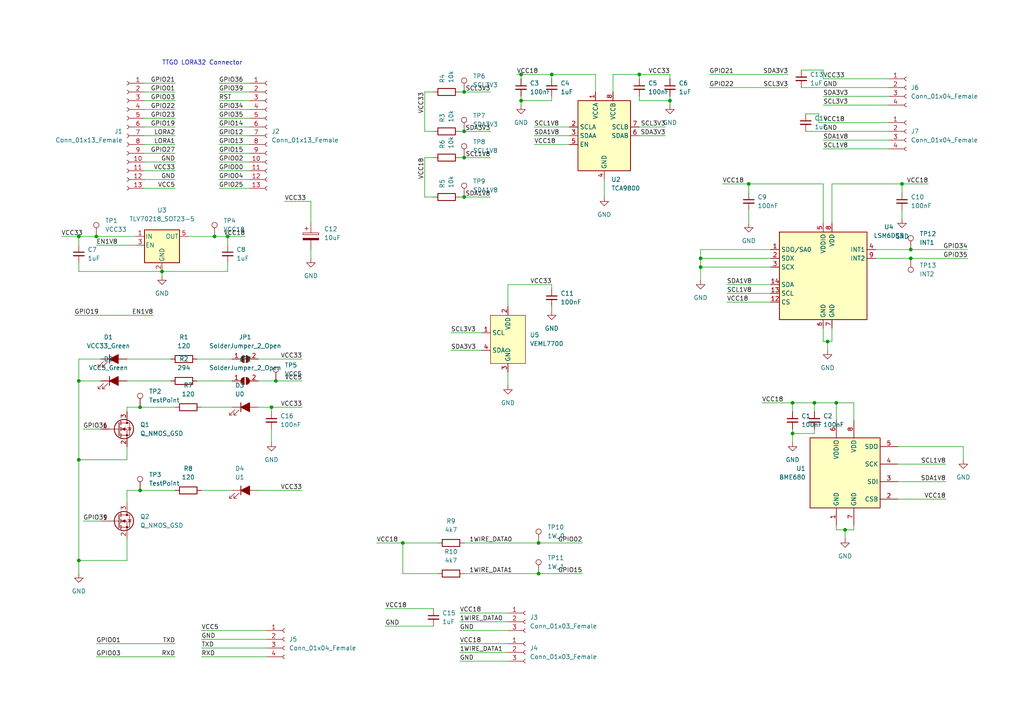
<source format=kicad_sch>
(kicad_sch (version 20211123) (generator eeschema)
  (paper "A4")
  (lib_symbols
    (symbol "Connector:Conn_01x03_Female" (pin_names (offset 1.016) hide)
      (property "Reference" "J" (at 0 5.08 0))
      (property "Value" "Conn_01x03_Female" (at 0 -5.08 0))
      (symbol "Conn_01x03_Female_1_1"
        (arc (start 0 -2.032) (mid -0.508 -2.54) (end 0 -3.048) (stroke (width 0.1524)))
        (polyline (pts (xy -1.27 -2.54) (xy -0.508 -2.54)) (stroke (width 0.1524)))
        (polyline (pts (xy -1.27 0) (xy -0.508 0)) (stroke (width 0.1524)))
        (polyline (pts (xy -1.27 2.54) (xy -0.508 2.54)) (stroke (width 0.1524)))
        (arc (start 0 0.508) (mid -0.508 0) (end 0 -0.508) (stroke (width 0.1524)))
        (arc (start 0 3.048) (mid -0.508 2.54) (end 0 2.032) (stroke (width 0.1524)))
        (pin passive line (at -5.08 2.54 0) (length 3.81) (name "Pin_1") (number "1"))
        (pin passive line (at -5.08 0 0) (length 3.81) (name "Pin_2") (number "2"))
        (pin passive line (at -5.08 -2.54 0) (length 3.81) (name "Pin_3") (number "3"))
      )
    )
    (symbol "Connector:Conn_01x04_Female" (pin_names (offset 1.016) hide)
      (property "Reference" "J" (at 0 5.08 0))
      (property "Value" "Conn_01x04_Female" (at 0 -7.62 0))
      (symbol "Conn_01x04_Female_1_1"
        (arc (start 0 -4.572) (mid -0.508 -5.08) (end 0 -5.588) (stroke (width 0.1524)))
        (arc (start 0 -2.032) (mid -0.508 -2.54) (end 0 -3.048) (stroke (width 0.1524)))
        (polyline (pts (xy -1.27 -5.08) (xy -0.508 -5.08)) (stroke (width 0.1524)))
        (polyline (pts (xy -1.27 -2.54) (xy -0.508 -2.54)) (stroke (width 0.1524)))
        (polyline (pts (xy -1.27 0) (xy -0.508 0)) (stroke (width 0.1524)))
        (polyline (pts (xy -1.27 2.54) (xy -0.508 2.54)) (stroke (width 0.1524)))
        (arc (start 0 0.508) (mid -0.508 0) (end 0 -0.508) (stroke (width 0.1524)))
        (arc (start 0 3.048) (mid -0.508 2.54) (end 0 2.032) (stroke (width 0.1524)))
        (pin passive line (at -5.08 2.54 0) (length 3.81) (name "Pin_1") (number "1"))
        (pin passive line (at -5.08 0 0) (length 3.81) (name "Pin_2") (number "2"))
        (pin passive line (at -5.08 -2.54 0) (length 3.81) (name "Pin_3") (number "3"))
        (pin passive line (at -5.08 -5.08 0) (length 3.81) (name "Pin_4") (number "4"))
      )
    )
    (symbol "Connector:Conn_01x13_Female" (pin_names (offset 1.016) hide)
      (property "Reference" "J" (at 0 17.78 0))
      (property "Value" "Conn_01x13_Female" (at 0 -17.78 0))
      (symbol "Conn_01x13_Female_1_1"
        (arc (start 0 -14.732) (mid -0.508 -15.24) (end 0 -15.748) (stroke (width 0.1524)))
        (arc (start 0 -12.192) (mid -0.508 -12.7) (end 0 -13.208) (stroke (width 0.1524)))
        (arc (start 0 -9.652) (mid -0.508 -10.16) (end 0 -10.668) (stroke (width 0.1524)))
        (arc (start 0 -7.112) (mid -0.508 -7.62) (end 0 -8.128) (stroke (width 0.1524)))
        (arc (start 0 -4.572) (mid -0.508 -5.08) (end 0 -5.588) (stroke (width 0.1524)))
        (arc (start 0 -2.032) (mid -0.508 -2.54) (end 0 -3.048) (stroke (width 0.1524)))
        (polyline (pts (xy -1.27 -15.24) (xy -0.508 -15.24)) (stroke (width 0.1524)))
        (polyline (pts (xy -1.27 -12.7) (xy -0.508 -12.7)) (stroke (width 0.1524)))
        (polyline (pts (xy -1.27 -10.16) (xy -0.508 -10.16)) (stroke (width 0.1524)))
        (polyline (pts (xy -1.27 -7.62) (xy -0.508 -7.62)) (stroke (width 0.1524)))
        (polyline (pts (xy -1.27 -5.08) (xy -0.508 -5.08)) (stroke (width 0.1524)))
        (polyline (pts (xy -1.27 -2.54) (xy -0.508 -2.54)) (stroke (width 0.1524)))
        (polyline (pts (xy -1.27 0) (xy -0.508 0)) (stroke (width 0.1524)))
        (polyline (pts (xy -1.27 2.54) (xy -0.508 2.54)) (stroke (width 0.1524)))
        (polyline (pts (xy -1.27 5.08) (xy -0.508 5.08)) (stroke (width 0.1524)))
        (polyline (pts (xy -1.27 7.62) (xy -0.508 7.62)) (stroke (width 0.1524)))
        (polyline (pts (xy -1.27 10.16) (xy -0.508 10.16)) (stroke (width 0.1524)))
        (polyline (pts (xy -1.27 12.7) (xy -0.508 12.7)) (stroke (width 0.1524)))
        (polyline (pts (xy -1.27 15.24) (xy -0.508 15.24)) (stroke (width 0.1524)))
        (arc (start 0 0.508) (mid -0.508 0) (end 0 -0.508) (stroke (width 0.1524)))
        (arc (start 0 3.048) (mid -0.508 2.54) (end 0 2.032) (stroke (width 0.1524)))
        (arc (start 0 5.588) (mid -0.508 5.08) (end 0 4.572) (stroke (width 0.1524)))
        (arc (start 0 8.128) (mid -0.508 7.62) (end 0 7.112) (stroke (width 0.1524)))
        (arc (start 0 10.668) (mid -0.508 10.16) (end 0 9.652) (stroke (width 0.1524)))
        (arc (start 0 13.208) (mid -0.508 12.7) (end 0 12.192) (stroke (width 0.1524)))
        (arc (start 0 15.748) (mid -0.508 15.24) (end 0 14.732) (stroke (width 0.1524)))
        (pin passive line (at -5.08 15.24 0) (length 3.81) (name "Pin_1") (number "1"))
        (pin passive line (at -5.08 -7.62 0) (length 3.81) (name "Pin_10") (number "10"))
        (pin passive line (at -5.08 -10.16 0) (length 3.81) (name "Pin_11") (number "11"))
        (pin passive line (at -5.08 -12.7 0) (length 3.81) (name "Pin_12") (number "12"))
        (pin passive line (at -5.08 -15.24 0) (length 3.81) (name "Pin_13") (number "13"))
        (pin passive line (at -5.08 12.7 0) (length 3.81) (name "Pin_2") (number "2"))
        (pin passive line (at -5.08 10.16 0) (length 3.81) (name "Pin_3") (number "3"))
        (pin passive line (at -5.08 7.62 0) (length 3.81) (name "Pin_4") (number "4"))
        (pin passive line (at -5.08 5.08 0) (length 3.81) (name "Pin_5") (number "5"))
        (pin passive line (at -5.08 2.54 0) (length 3.81) (name "Pin_6") (number "6"))
        (pin passive line (at -5.08 0 0) (length 3.81) (name "Pin_7") (number "7"))
        (pin passive line (at -5.08 -2.54 0) (length 3.81) (name "Pin_8") (number "8"))
        (pin passive line (at -5.08 -5.08 0) (length 3.81) (name "Pin_9") (number "9"))
      )
    )
    (symbol "Connector:TestPoint" (pin_numbers hide) (pin_names (offset 0.762) hide)
      (property "Reference" "TP" (at 0 6.858 0))
      (property "Value" "TestPoint" (at 0 5.08 0))
      (symbol "TestPoint_0_1"
        (circle (center 0 3.302) (radius 0.762))
      )
      (symbol "TestPoint_1_1"
        (pin passive line (at 0 0 90) (length 2.54) (name "1") (number "1"))
      )
    )
    (symbol "Device:C_Polarized" (pin_numbers hide) (pin_names (offset 0.254))
      (property "Reference" "C" (at 0.635 2.54 0))
      (property "Value" "C_Polarized" (at 0.635 -2.54 0))
      (symbol "C_Polarized_0_1"
        (rectangle (start -2.286 0.508) (end 2.286 1.016))
        (polyline (pts (xy -1.778 2.286) (xy -0.762 2.286)))
        (polyline (pts (xy -1.27 2.794) (xy -1.27 1.778)))
        (rectangle (start 2.286 -0.508) (end -2.286 -1.016) (fill (type outline)))
      )
      (symbol "C_Polarized_1_1"
        (pin passive line (at 0 3.81 270) (length 2.794) (name "~") (number "1"))
        (pin passive line (at 0 -3.81 90) (length 2.794) (name "~") (number "2"))
      )
    )
    (symbol "Device:C_Small" (pin_numbers hide) (pin_names (offset 0.254) hide)
      (property "Reference" "C" (at 0.254 1.778 0))
      (property "Value" "C_Small" (at 0.254 -2.032 0))
      (symbol "C_Small_0_1"
        (polyline (pts (xy -1.524 -0.508) (xy 1.524 -0.508)) (stroke (width 0.3302)))
        (polyline (pts (xy -1.524 0.508) (xy 1.524 0.508)) (stroke (width 0.3048)))
      )
      (symbol "C_Small_1_1"
        (pin passive line (at 0 2.54 270) (length 2.032) (name "~") (number "1"))
        (pin passive line (at 0 -2.54 90) (length 2.032) (name "~") (number "2"))
      )
    )
    (symbol "Device:LED_Filled" (pin_numbers hide) (pin_names (offset 1.016) hide)
      (property "Reference" "D" (at 0 2.54 0))
      (property "Value" "LED_Filled" (at 0 -2.54 0))
      (symbol "LED_Filled_0_1"
        (polyline (pts (xy -1.27 -1.27) (xy -1.27 1.27)) (stroke (width 0.254)))
        (polyline (pts (xy -1.27 0) (xy 1.27 0)))
        (polyline (pts (xy 1.27 -1.27) (xy 1.27 1.27) (xy -1.27 0) (xy 1.27 -1.27)) (stroke (width 0.254)) (fill (type outline)))
        (polyline (pts (xy -3.048 -0.762) (xy -4.572 -2.286) (xy -3.81 -2.286) (xy -4.572 -2.286) (xy -4.572 -1.524)))
        (polyline (pts (xy -1.778 -0.762) (xy -3.302 -2.286) (xy -2.54 -2.286) (xy -3.302 -2.286) (xy -3.302 -1.524)))
      )
      (symbol "LED_Filled_1_1"
        (pin passive line (at -3.81 0 0) (length 2.54) (name "K") (number "1"))
        (pin passive line (at 3.81 0 180) (length 2.54) (name "A") (number "2"))
      )
    )
    (symbol "Device:Q_NMOS_GSD" (pin_names (offset 0) hide)
      (property "Reference" "Q" (at 5.08 1.27 0))
      (property "Value" "Q_NMOS_GSD" (at 5.08 -1.27 0))
      (symbol "Q_NMOS_GSD_0_1"
        (polyline (pts (xy 0.254 0) (xy -2.54 0)))
        (polyline (pts (xy 0.254 1.905) (xy 0.254 -1.905)) (stroke (width 0.254)))
        (polyline (pts (xy 0.762 -1.27) (xy 0.762 -2.286)) (stroke (width 0.254)))
        (polyline (pts (xy 0.762 0.508) (xy 0.762 -0.508)) (stroke (width 0.254)))
        (polyline (pts (xy 0.762 2.286) (xy 0.762 1.27)) (stroke (width 0.254)))
        (polyline (pts (xy 2.54 2.54) (xy 2.54 1.778)))
        (polyline (pts (xy 2.54 -2.54) (xy 2.54 0) (xy 0.762 0)))
        (polyline (pts (xy 0.762 -1.778) (xy 3.302 -1.778) (xy 3.302 1.778) (xy 0.762 1.778)))
        (polyline (pts (xy 1.016 0) (xy 2.032 0.381) (xy 2.032 -0.381) (xy 1.016 0)) (fill (type outline)))
        (polyline (pts (xy 2.794 0.508) (xy 2.921 0.381) (xy 3.683 0.381) (xy 3.81 0.254)))
        (polyline (pts (xy 3.302 0.381) (xy 2.921 -0.254) (xy 3.683 -0.254) (xy 3.302 0.381)))
        (circle (center 1.651 0) (radius 2.794) (stroke (width 0.254)))
        (circle (center 2.54 -1.778) (radius 0.254) (fill (type outline)))
        (circle (center 2.54 1.778) (radius 0.254) (fill (type outline)))
      )
      (symbol "Q_NMOS_GSD_1_1"
        (pin input line (at -5.08 0 0) (length 2.54) (name "G") (number "1"))
        (pin passive line (at 2.54 -5.08 90) (length 2.54) (name "S") (number "2"))
        (pin passive line (at 2.54 5.08 270) (length 2.54) (name "D") (number "3"))
      )
    )
    (symbol "Device:R" (pin_numbers hide) (pin_names (offset 0))
      (property "Reference" "R" (at 2.032 0 90))
      (property "Value" "R" (at 0 0 90))
      (symbol "R_0_1"
        (rectangle (start -1.016 -2.54) (end 1.016 2.54) (stroke (width 0.254)))
      )
      (symbol "R_1_1"
        (pin passive line (at 0 3.81 270) (length 1.27) (name "~") (number "1"))
        (pin passive line (at 0 -3.81 90) (length 1.27) (name "~") (number "2"))
      )
    )
    (symbol "Interface:TCA9800"
      (property "Reference" "U" (at -7.62 11.43 0))
      (property "Value" "TCA9800" (at 5.08 11.43 0))
      (symbol "TCA9800_0_1"
        (rectangle (start -7.62 10.16) (end 7.62 -10.16) (stroke (width 0.254)) (fill (type background)))
      )
      (symbol "TCA9800_1_1"
        (pin power_in line (at -2.54 12.7 270) (length 2.54) (name "VCCA") (number "1"))
        (pin bidirectional line (at -10.16 2.54 0) (length 2.54) (name "SCLA") (number "2"))
        (pin bidirectional line (at -10.16 0 0) (length 2.54) (name "SDAA") (number "3"))
        (pin power_in line (at 0 -12.7 90) (length 2.54) (name "GND") (number "4"))
        (pin input line (at -10.16 -2.54 0) (length 2.54) (name "EN") (number "5"))
        (pin bidirectional line (at 10.16 0 180) (length 2.54) (name "SDAB") (number "6"))
        (pin bidirectional line (at 10.16 2.54 180) (length 2.54) (name "SCLB") (number "7"))
        (pin power_in line (at 2.54 12.7 270) (length 2.54) (name "VCCB") (number "8"))
      )
    )
    (symbol "Jumper:SolderJumper_2_Open" (pin_names (offset 0) hide)
      (property "Reference" "JP" (at 0 2.032 0))
      (property "Value" "SolderJumper_2_Open" (at 0 -2.54 0))
      (symbol "SolderJumper_2_Open_0_1"
        (arc (start -0.254 1.016) (mid -1.27 0) (end -0.254 -1.016))
        (arc (start -0.254 1.016) (mid -1.27 0) (end -0.254 -1.016) (fill (type outline)))
        (polyline (pts (xy -0.254 1.016) (xy -0.254 -1.016)))
        (polyline (pts (xy 0.254 1.016) (xy 0.254 -1.016)))
        (arc (start 0.254 -1.016) (mid 1.27 0) (end 0.254 1.016))
        (arc (start 0.254 -1.016) (mid 1.27 0) (end 0.254 1.016) (fill (type outline)))
      )
      (symbol "SolderJumper_2_Open_1_1"
        (pin passive line (at -3.81 0 0) (length 2.54) (name "A") (number "1"))
        (pin passive line (at 3.81 0 180) (length 2.54) (name "B") (number "2"))
      )
    )
    (symbol "Regulator_Linear:TLV70218_SOT23-5" (pin_names (offset 0.254))
      (property "Reference" "U" (at -3.81 5.715 0))
      (property "Value" "TLV70218_SOT23-5" (at 0 5.715 0))
      (symbol "TLV70218_SOT23-5_0_1"
        (rectangle (start -5.08 4.445) (end 5.08 -5.08) (stroke (width 0.254)) (fill (type background)))
      )
      (symbol "TLV70218_SOT23-5_1_1"
        (pin power_in line (at -7.62 2.54 0) (length 2.54) (name "IN") (number "1"))
        (pin power_in line (at 0 -7.62 90) (length 2.54) (name "GND") (number "2"))
        (pin input line (at -7.62 0 0) (length 2.54) (name "EN") (number "3"))
        (pin no_connect line (at 5.08 0 180) (length 2.54) hide (name "NC") (number "4"))
        (pin power_out line (at 7.62 2.54 180) (length 2.54) (name "OUT") (number "5"))
      )
    )
    (symbol "Sensor:BME680"
      (property "Reference" "U" (at -8.89 11.43 0))
      (property "Value" "BME680" (at 7.62 11.43 0))
      (symbol "BME680_0_1"
        (rectangle (start -10.16 10.16) (end 10.16 -10.16) (stroke (width 0.254)) (fill (type background)))
      )
      (symbol "BME680_1_1"
        (pin power_in line (at -2.54 -15.24 90) (length 5.08) (name "GND") (number "1"))
        (pin input line (at 15.24 -7.62 180) (length 5.08) (name "CSB") (number "2"))
        (pin bidirectional line (at 15.24 -2.54 180) (length 5.08) (name "SDI") (number "3"))
        (pin input line (at 15.24 2.54 180) (length 5.08) (name "SCK") (number "4"))
        (pin bidirectional line (at 15.24 7.62 180) (length 5.08) (name "SDO") (number "5"))
        (pin power_in line (at -2.54 15.24 270) (length 5.08) (name "VDDIO") (number "6"))
        (pin power_in line (at 2.54 -15.24 90) (length 5.08) (name "GND") (number "7"))
        (pin power_in line (at 2.54 15.24 270) (length 5.08) (name "VDD") (number "8"))
      )
    )
    (symbol "Sensor_Motion:LSM6DS3"
      (property "Reference" "U" (at -11.43 15.24 0))
      (property "Value" "LSM6DS3" (at -11.43 12.7 0))
      (symbol "LSM6DS3_0_1"
        (rectangle (start -12.7 12.7) (end 12.7 -12.7) (stroke (width 0.254)) (fill (type background)))
      )
      (symbol "LSM6DS3_1_1"
        (pin bidirectional line (at -15.24 7.62 0) (length 2.54) (name "SDO/SA0") (number "1"))
        (pin no_connect line (at 12.7 -5.08 180) (length 3.81) hide (name "NC") (number "10"))
        (pin no_connect line (at 12.7 -2.54 180) (length 3.81) hide (name "NC") (number "11"))
        (pin input line (at -15.24 -7.62 0) (length 2.54) (name "CS") (number "12"))
        (pin input line (at -15.24 -5.08 0) (length 2.54) (name "SCL") (number "13"))
        (pin bidirectional line (at -15.24 -2.54 0) (length 2.54) (name "SDA") (number "14"))
        (pin bidirectional line (at -15.24 5.08 0) (length 2.54) (name "SDX") (number "2"))
        (pin input line (at -15.24 2.54 0) (length 2.54) (name "SCX") (number "3"))
        (pin output line (at 15.24 7.62 180) (length 2.54) (name "INT1") (number "4"))
        (pin power_in line (at 0 15.24 270) (length 2.54) (name "VDDIO") (number "5"))
        (pin power_in line (at 0 -15.24 90) (length 2.54) (name "GND") (number "6"))
        (pin power_in line (at 2.54 -15.24 90) (length 2.54) (name "GND") (number "7"))
        (pin power_in line (at 2.54 15.24 270) (length 2.54) (name "VDD") (number "8"))
        (pin output line (at 15.24 5.08 180) (length 2.54) (name "INT2") (number "9"))
      )
    )
    (symbol "own_symbols:VEML7700"
      (property "Reference" "U" (at 5.08 10.16 0))
      (property "Value" "VEML7700" (at 0 0 0))
      (symbol "VEML7700_0_0"
        (pin unspecified line (at -7.62 2.54 0) (length 2.54) (name "SCL") (number "1"))
        (pin unspecified line (at 0 10.16 270) (length 2.54) (name "VDD") (number "2"))
        (pin unspecified line (at 0 -8.89 90) (length 2.54) (name "GND") (number "3"))
        (pin unspecified line (at -7.62 -2.54 0) (length 2.54) (name "SDA") (number "4"))
      )
      (symbol "VEML7700_0_1"
        (rectangle (start -5.08 7.62) (end 5.08 -6.35) (fill (type background)))
      )
    )
    (symbol "power:GND" (power) (pin_names (offset 0))
      (property "Value" "GND" (at 0 -3.81 0))
      (symbol "GND_0_1"
        (polyline (pts (xy 0 0) (xy 0 -1.27) (xy 1.27 -1.27) (xy 0 -2.54) (xy -1.27 -1.27) (xy 0 -1.27)))
      )
      (symbol "GND_1_1"
        (pin power_in line (at 0 0 270) (length 0) hide (name "GND") (number "1"))
      )
    )
  )
  (junction (at 22.86 68.58))
  (junction (at 134.62 57.15))
  (junction (at 80.01 110.49))
  (junction (at 229.87 116.84))
  (junction (at 156.21 166.37))
  (junction (at 27.94 68.58))
  (junction (at 185.42 21.59))
  (junction (at 261.62 53.34))
  (junction (at 78.74 118.11))
  (junction (at 240.03 99.06))
  (junction (at 40.64 118.11))
  (junction (at 134.62 26.67))
  (junction (at 66.04 68.58))
  (junction (at 22.86 110.49))
  (junction (at 264.16 72.39))
  (junction (at 217.17 53.34))
  (junction (at 203.2 77.47))
  (junction (at 242.57 116.84))
  (junction (at 203.2 74.93))
  (junction (at 245.11 153.67))
  (junction (at 116.84 157.48))
  (junction (at 156.21 157.48))
  (junction (at 151.13 29.21))
  (junction (at 151.13 21.59))
  (junction (at 264.16 74.93))
  (junction (at 134.62 38.1))
  (junction (at 40.64 142.24))
  (junction (at 134.62 45.72))
  (junction (at 229.87 125.73))
  (junction (at 194.31 29.21))
  (junction (at 22.86 133.35))
  (junction (at 62.23 68.58))
  (junction (at 236.22 116.84))
  (junction (at 22.86 162.56))
  (junction (at 160.02 21.59))
  (junction (at 46.99 78.74))
  (wire (pts (xy 66.04 68.58) (xy 66.04 71.12)))
  (wire (pts (xy 22.86 133.35) (xy 36.83 133.35)))
  (wire (pts (xy 147.32 82.55) (xy 160.02 82.55)))
  (wire (pts (xy 63.5 36.83) (xy 72.39 36.83)))
  (wire (pts (xy 134.62 26.67) (xy 133.35 26.67)))
  (wire (pts (xy 217.17 60.96) (xy 217.17 64.77)))
  (wire (pts (xy 125.73 57.15) (xy 123.19 57.15)))
  (wire (pts (xy 50.8 54.61) (xy 41.91 54.61)))
  (wire (pts (xy 74.93 110.49) (xy 80.01 110.49)))
  (wire (pts (xy 90.17 64.77) (xy 90.17 58.42)))
  (wire (pts (xy 238.76 95.25) (xy 238.76 99.06)))
  (wire (pts (xy 78.74 118.11) (xy 87.63 118.11)))
  (wire (pts (xy 247.65 152.4) (xy 247.65 153.67)))
  (wire (pts (xy 260.35 134.62) (xy 274.32 134.62)))
  (wire (pts (xy 74.93 118.11) (xy 78.74 118.11)))
  (wire (pts (xy 50.8 29.21) (xy 41.91 29.21)))
  (wire (pts (xy 50.8 31.75) (xy 41.91 31.75)))
  (wire (pts (xy 156.21 157.48) (xy 168.91 157.48)))
  (wire (pts (xy 185.42 39.37) (xy 193.04 39.37)))
  (wire (pts (xy 57.15 104.14) (xy 67.31 104.14)))
  (wire (pts (xy 29.21 104.14) (xy 22.86 104.14)))
  (wire (pts (xy 134.62 38.1) (xy 142.24 38.1)))
  (wire (pts (xy 236.22 116.84) (xy 242.57 116.84)))
  (wire (pts (xy 63.5 34.29) (xy 72.39 34.29)))
  (wire (pts (xy 78.74 118.11) (xy 78.74 119.38)))
  (wire (pts (xy 245.11 153.67) (xy 242.57 153.67)))
  (wire (pts (xy 232.41 25.4) (xy 257.81 25.4)))
  (wire (pts (xy 50.8 36.83) (xy 41.91 36.83)))
  (wire (pts (xy 130.81 101.6) (xy 139.7 101.6)))
  (wire (pts (xy 241.3 95.25) (xy 241.3 99.06)))
  (wire (pts (xy 238.76 99.06) (xy 240.03 99.06)))
  (wire (pts (xy 125.73 45.72) (xy 123.19 45.72)))
  (wire (pts (xy 58.42 182.88) (xy 77.47 182.88)))
  (wire (pts (xy 17.78 68.58) (xy 22.86 68.58)))
  (wire (pts (xy 63.5 24.13) (xy 72.39 24.13)))
  (wire (pts (xy 74.93 104.14) (xy 87.63 104.14)))
  (wire (pts (xy 36.83 104.14) (xy 49.53 104.14)))
  (wire (pts (xy 63.5 31.75) (xy 72.39 31.75)))
  (wire (pts (xy 133.35 177.8) (xy 147.32 177.8)))
  (wire (pts (xy 242.57 116.84) (xy 242.57 121.92)))
  (wire (pts (xy 58.42 142.24) (xy 67.31 142.24)))
  (wire (pts (xy 264.16 74.93) (xy 280.67 74.93)))
  (wire (pts (xy 160.02 21.59) (xy 160.02 22.86)))
  (wire (pts (xy 260.35 144.78) (xy 274.32 144.78)))
  (wire (pts (xy 22.86 76.2) (xy 22.86 78.74)))
  (wire (pts (xy 151.13 29.21) (xy 151.13 30.48)))
  (wire (pts (xy 151.13 21.59) (xy 151.13 22.86)))
  (wire (pts (xy 24.13 151.13) (xy 29.21 151.13)))
  (wire (pts (xy 36.83 142.24) (xy 40.64 142.24)))
  (wire (pts (xy 247.65 153.67) (xy 245.11 153.67)))
  (wire (pts (xy 240.03 99.06) (xy 240.03 101.6)))
  (wire (pts (xy 40.64 142.24) (xy 50.8 142.24)))
  (wire (pts (xy 209.55 53.34) (xy 217.17 53.34)))
  (wire (pts (xy 185.42 21.59) (xy 194.31 21.59)))
  (wire (pts (xy 151.13 21.59) (xy 160.02 21.59)))
  (wire (pts (xy 264.16 72.39) (xy 280.67 72.39)))
  (wire (pts (xy 50.8 44.45) (xy 41.91 44.45)))
  (wire (pts (xy 134.62 57.15) (xy 142.24 57.15)))
  (wire (pts (xy 185.42 21.59) (xy 185.42 22.86)))
  (wire (pts (xy 133.35 45.72) (xy 134.62 45.72)))
  (wire (pts (xy 24.13 124.46) (xy 29.21 124.46)))
  (wire (pts (xy 22.86 104.14) (xy 22.86 110.49)))
  (wire (pts (xy 111.76 176.53) (xy 125.73 176.53)))
  (wire (pts (xy 125.73 38.1) (xy 123.19 38.1)))
  (wire (pts (xy 50.8 26.67) (xy 41.91 26.67)))
  (wire (pts (xy 80.01 110.49) (xy 87.63 110.49)))
  (wire (pts (xy 236.22 125.73) (xy 229.87 125.73)))
  (wire (pts (xy 238.76 30.48) (xy 257.81 30.48)))
  (wire (pts (xy 229.87 124.46) (xy 229.87 125.73)))
  (wire (pts (xy 149.86 21.59) (xy 151.13 21.59)))
  (wire (pts (xy 241.3 53.34) (xy 261.62 53.34)))
  (wire (pts (xy 205.74 21.59) (xy 228.6 21.59)))
  (wire (pts (xy 194.31 29.21) (xy 194.31 30.48)))
  (wire (pts (xy 22.86 110.49) (xy 22.86 133.35)))
  (wire (pts (xy 194.31 21.59) (xy 194.31 22.86)))
  (wire (pts (xy 133.35 57.15) (xy 134.62 57.15)))
  (wire (pts (xy 185.42 27.94) (xy 185.42 29.21)))
  (wire (pts (xy 27.94 190.5) (xy 50.8 190.5)))
  (wire (pts (xy 125.73 26.67) (xy 123.19 26.67)))
  (wire (pts (xy 210.82 85.09) (xy 223.52 85.09)))
  (wire (pts (xy 36.83 162.56) (xy 22.86 162.56)))
  (wire (pts (xy 238.76 22.86) (xy 257.81 22.86)))
  (wire (pts (xy 58.42 118.11) (xy 67.31 118.11)))
  (wire (pts (xy 154.94 36.83) (xy 165.1 36.83)))
  (wire (pts (xy 22.86 133.35) (xy 22.86 162.56)))
  (wire (pts (xy 27.94 186.69) (xy 50.8 186.69)))
  (wire (pts (xy 261.62 53.34) (xy 269.24 53.34)))
  (wire (pts (xy 229.87 125.73) (xy 229.87 128.27)))
  (wire (pts (xy 130.81 96.52) (xy 139.7 96.52)))
  (wire (pts (xy 151.13 29.21) (xy 160.02 29.21)))
  (wire (pts (xy 133.35 182.88) (xy 147.32 182.88)))
  (wire (pts (xy 175.26 52.07) (xy 175.26 57.15)))
  (wire (pts (xy 203.2 72.39) (xy 203.2 74.93)))
  (wire (pts (xy 241.3 64.77) (xy 241.3 53.34)))
  (wire (pts (xy 123.19 26.67) (xy 123.19 38.1)))
  (wire (pts (xy 111.76 181.61) (xy 125.73 181.61)))
  (wire (pts (xy 261.62 60.96) (xy 261.62 63.5)))
  (wire (pts (xy 22.86 110.49) (xy 29.21 110.49)))
  (wire (pts (xy 116.84 166.37) (xy 127 166.37)))
  (wire (pts (xy 205.74 25.4) (xy 228.6 25.4)))
  (wire (pts (xy 58.42 187.96) (xy 77.47 187.96)))
  (wire (pts (xy 254 72.39) (xy 264.16 72.39)))
  (wire (pts (xy 36.83 156.21) (xy 36.83 162.56)))
  (wire (pts (xy 177.8 21.59) (xy 185.42 21.59)))
  (wire (pts (xy 50.8 34.29) (xy 41.91 34.29)))
  (wire (pts (xy 63.5 39.37) (xy 72.39 39.37)))
  (wire (pts (xy 238.76 64.77) (xy 238.76 53.34)))
  (wire (pts (xy 203.2 74.93) (xy 203.2 77.47)))
  (wire (pts (xy 58.42 185.42) (xy 77.47 185.42)))
  (wire (pts (xy 46.99 78.74) (xy 66.04 78.74)))
  (wire (pts (xy 50.8 39.37) (xy 41.91 39.37)))
  (wire (pts (xy 237.49 35.56) (xy 257.81 35.56)))
  (wire (pts (xy 133.35 180.34) (xy 147.32 180.34)))
  (wire (pts (xy 238.76 20.32) (xy 232.41 20.32)))
  (wire (pts (xy 36.83 146.05) (xy 36.83 142.24)))
  (wire (pts (xy 50.8 46.99) (xy 41.91 46.99)))
  (wire (pts (xy 134.62 166.37) (xy 156.21 166.37)))
  (wire (pts (xy 160.02 27.94) (xy 160.02 29.21)))
  (wire (pts (xy 203.2 77.47) (xy 203.2 81.28)))
  (wire (pts (xy 185.42 36.83) (xy 193.04 36.83)))
  (wire (pts (xy 236.22 124.46) (xy 236.22 125.73)))
  (wire (pts (xy 109.22 157.48) (xy 116.84 157.48)))
  (wire (pts (xy 63.5 29.21) (xy 72.39 29.21)))
  (wire (pts (xy 90.17 72.39) (xy 90.17 74.93)))
  (wire (pts (xy 154.94 39.37) (xy 165.1 39.37)))
  (wire (pts (xy 63.5 44.45) (xy 72.39 44.45)))
  (wire (pts (xy 156.21 166.37) (xy 168.91 166.37)))
  (wire (pts (xy 223.52 77.47) (xy 203.2 77.47)))
  (wire (pts (xy 63.5 26.67) (xy 72.39 26.67)))
  (wire (pts (xy 261.62 53.34) (xy 261.62 55.88)))
  (wire (pts (xy 194.31 27.94) (xy 194.31 29.21)))
  (wire (pts (xy 58.42 190.5) (xy 77.47 190.5)))
  (wire (pts (xy 160.02 21.59) (xy 172.72 21.59)))
  (wire (pts (xy 238.76 22.86) (xy 238.76 20.32)))
  (wire (pts (xy 36.83 110.49) (xy 49.53 110.49)))
  (wire (pts (xy 151.13 27.94) (xy 151.13 29.21)))
  (wire (pts (xy 123.19 45.72) (xy 123.19 57.15)))
  (wire (pts (xy 217.17 53.34) (xy 217.17 55.88)))
  (wire (pts (xy 78.74 124.46) (xy 78.74 128.27)))
  (wire (pts (xy 237.49 33.02) (xy 233.68 33.02)))
  (wire (pts (xy 210.82 82.55) (xy 223.52 82.55)))
  (wire (pts (xy 260.35 139.7) (xy 274.32 139.7)))
  (wire (pts (xy 36.83 129.54) (xy 36.83 133.35)))
  (wire (pts (xy 134.62 157.48) (xy 156.21 157.48)))
  (wire (pts (xy 54.61 68.58) (xy 62.23 68.58)))
  (wire (pts (xy 238.76 40.64) (xy 257.81 40.64)))
  (wire (pts (xy 237.49 35.56) (xy 237.49 33.02)))
  (wire (pts (xy 22.86 68.58) (xy 27.94 68.58)))
  (wire (pts (xy 147.32 107.95) (xy 147.32 111.76)))
  (wire (pts (xy 229.87 116.84) (xy 229.87 119.38)))
  (wire (pts (xy 21.59 91.44) (xy 44.45 91.44)))
  (wire (pts (xy 66.04 68.58) (xy 71.12 68.58)))
  (wire (pts (xy 260.35 129.54) (xy 279.4 129.54)))
  (wire (pts (xy 116.84 157.48) (xy 116.84 166.37)))
  (wire (pts (xy 247.65 121.92) (xy 247.65 116.84)))
  (wire (pts (xy 27.94 68.58) (xy 39.37 68.58)))
  (wire (pts (xy 254 74.93) (xy 264.16 74.93)))
  (wire (pts (xy 46.99 78.74) (xy 46.99 80.01)))
  (wire (pts (xy 134.62 45.72) (xy 142.24 45.72)))
  (wire (pts (xy 223.52 72.39) (xy 203.2 72.39)))
  (wire (pts (xy 133.35 189.23) (xy 147.32 189.23)))
  (wire (pts (xy 160.02 82.55) (xy 160.02 83.82)))
  (wire (pts (xy 238.76 43.18) (xy 257.81 43.18)))
  (wire (pts (xy 238.76 27.94) (xy 257.81 27.94)))
  (wire (pts (xy 172.72 26.67) (xy 172.72 21.59)))
  (wire (pts (xy 133.35 191.77) (xy 147.32 191.77)))
  (wire (pts (xy 36.83 119.38) (xy 36.83 118.11)))
  (wire (pts (xy 57.15 110.49) (xy 67.31 110.49)))
  (wire (pts (xy 63.5 41.91) (xy 72.39 41.91)))
  (wire (pts (xy 50.8 52.07) (xy 41.91 52.07)))
  (wire (pts (xy 133.35 38.1) (xy 134.62 38.1)))
  (wire (pts (xy 279.4 129.54) (xy 279.4 133.35)))
  (wire (pts (xy 240.03 99.06) (xy 241.3 99.06)))
  (wire (pts (xy 63.5 52.07) (xy 72.39 52.07)))
  (wire (pts (xy 236.22 116.84) (xy 236.22 119.38)))
  (wire (pts (xy 242.57 153.67) (xy 242.57 152.4)))
  (wire (pts (xy 233.68 38.1) (xy 257.81 38.1)))
  (wire (pts (xy 203.2 74.93) (xy 223.52 74.93)))
  (wire (pts (xy 27.94 71.12) (xy 39.37 71.12)))
  (wire (pts (xy 116.84 157.48) (xy 127 157.48)))
  (wire (pts (xy 142.24 26.67) (xy 134.62 26.67)))
  (wire (pts (xy 66.04 76.2) (xy 66.04 78.74)))
  (wire (pts (xy 22.86 162.56) (xy 22.86 166.37)))
  (wire (pts (xy 74.93 142.24) (xy 87.63 142.24)))
  (wire (pts (xy 50.8 24.13) (xy 41.91 24.13)))
  (wire (pts (xy 133.35 186.69) (xy 147.32 186.69)))
  (wire (pts (xy 63.5 54.61) (xy 72.39 54.61)))
  (wire (pts (xy 160.02 88.9) (xy 160.02 90.17)))
  (wire (pts (xy 229.87 116.84) (xy 236.22 116.84)))
  (wire (pts (xy 22.86 68.58) (xy 22.86 71.12)))
  (wire (pts (xy 247.65 116.84) (xy 242.57 116.84)))
  (wire (pts (xy 40.64 118.11) (xy 50.8 118.11)))
  (wire (pts (xy 62.23 68.58) (xy 66.04 68.58)))
  (wire (pts (xy 36.83 118.11) (xy 40.64 118.11)))
  (wire (pts (xy 177.8 26.67) (xy 177.8 21.59)))
  (wire (pts (xy 82.55 58.42) (xy 90.17 58.42)))
  (wire (pts (xy 210.82 87.63) (xy 223.52 87.63)))
  (wire (pts (xy 217.17 53.34) (xy 238.76 53.34)))
  (wire (pts (xy 220.98 116.84) (xy 229.87 116.84)))
  (wire (pts (xy 50.8 41.91) (xy 41.91 41.91)))
  (wire (pts (xy 185.42 29.21) (xy 194.31 29.21)))
  (wire (pts (xy 147.32 88.9) (xy 147.32 82.55)))
  (wire (pts (xy 154.94 41.91) (xy 165.1 41.91)))
  (wire (pts (xy 245.11 156.21) (xy 245.11 153.67)))
  (wire (pts (xy 50.8 49.53) (xy 41.91 49.53)))
  (wire (pts (xy 63.5 46.99) (xy 72.39 46.99)))
  (wire (pts (xy 63.5 49.53) (xy 72.39 49.53)))
  (wire (pts (xy 22.86 78.74) (xy 46.99 78.74)))
  (text "TTGO LORA32 Connector" (at 46.99 19.05 0) (effects (font (size 1.27 1.27)) (justify left bottom)))
  (label "GND" (at 50.8 46.99 180))
  (label "RXD" (at 58.42 190.5 0))
  (label "GPIO14" (at 63.5 36.83 0))
  (label "SDA3V3" (at 238.76 27.94 0))
  (label "VCC18" (at 149.86 21.59 0))
  (label "GPIO01" (at 50.8 26.67 180))
  (label "SDA3V3" (at 142.24 38.1 180))
  (label "GPIO03" (at 50.8 29.21 180))
  (label "GPIO22" (at 50.8 31.75 180))
  (label "TXD" (at 50.8 186.69 180))
  (label "VCC18" (at 123.19 45.72 270))
  (label "SCL3V3" (at 193.04 36.83 180))
  (label "SCL1V8" (at 274.32 134.62 180))
  (label "GPIO21" (at 50.8 24.13 180))
  (label "VCC33" (at 160.02 82.55 180))
  (label "VCC33" (at 87.63 118.11 180))
  (label "VCC18" (at 274.32 144.78 180))
  (label "LORA2" (at 50.8 39.37 180))
  (label "SCL3V3" (at 238.76 30.48 0))
  (label "1WIRE_DATA0" (at 133.35 180.34 0))
  (label "GPIO03" (at 27.94 190.5 0))
  (label "VCC33" (at 17.78 68.58 0))
  (label "SCL1V8" (at 238.76 43.18 0))
  (label "VCC18" (at 238.76 35.56 0))
  (label "SCL3V3" (at 130.81 96.52 0))
  (label "VCC33" (at 194.31 21.59 180))
  (label "GND" (at 238.76 38.1 0))
  (label "LORA1" (at 50.8 41.91 180))
  (label "GPIO39" (at 63.5 26.67 0))
  (label "GPIO02" (at 168.91 157.48 180))
  (label "VCC18" (at 71.12 68.58 180))
  (label "GPIO15" (at 63.5 44.45 0))
  (label "EN1V8" (at 44.45 91.44 180))
  (label "VCC5" (at 50.8 54.61 180))
  (label "GND" (at 238.76 25.4 0))
  (label "GPIO36" (at 63.5 24.13 0))
  (label "VCC33" (at 87.63 104.14 180))
  (label "1WIRE_DATA1" (at 133.35 189.23 0))
  (label "VCC33" (at 50.8 49.53 180))
  (label "SCL3V3" (at 228.6 25.4 180))
  (label "EN1V8" (at 27.94 71.12 0))
  (label "GPIO01" (at 27.94 186.69 0))
  (label "VCC18" (at 269.24 53.34 180))
  (label "GPIO12" (at 63.5 39.37 0))
  (label "SDA1V8" (at 210.82 82.55 0))
  (label "VCC18" (at 111.76 176.53 0))
  (label "VCC5" (at 87.63 110.49 180))
  (label "GND" (at 111.76 181.61 0))
  (label "SDA3V3" (at 228.6 21.59 180))
  (label "GPIO35" (at 63.5 34.29 0))
  (label "VCC18" (at 133.35 177.8 0))
  (label "SCL3V3" (at 142.24 26.67 180))
  (label "GPIO35" (at 280.67 74.93 180))
  (label "SDA1V8" (at 238.76 40.64 0))
  (label "SDA1V8" (at 154.94 39.37 0))
  (label "GPIO02" (at 63.5 46.99 0))
  (label "GPIO27" (at 50.8 44.45 180))
  (label "RST" (at 63.5 29.21 0))
  (label "SCL1V8" (at 154.94 36.83 0))
  (label "RXD" (at 50.8 190.5 180))
  (label "TXD" (at 58.42 187.96 0))
  (label "GND" (at 133.35 182.88 0))
  (label "VCC18" (at 209.55 53.34 0))
  (label "SCL1V8" (at 210.82 85.09 0))
  (label "GPIO19" (at 21.59 91.44 0))
  (label "VCC5" (at 58.42 182.88 0))
  (label "GPIO04" (at 63.5 52.07 0))
  (label "VCC33" (at 123.19 26.67 270))
  (label "GPIO19" (at 50.8 36.83 180))
  (label "GPIO25" (at 63.5 54.61 0))
  (label "GPIO00" (at 63.5 49.53 0))
  (label "GPIO39" (at 24.13 151.13 0))
  (label "SDA3V3" (at 193.04 39.37 180))
  (label "GPIO34" (at 280.67 72.39 180))
  (label "VCC18" (at 109.22 157.48 0))
  (label "SDA1V8" (at 142.24 57.15 180))
  (label "VCC18" (at 220.98 116.84 0))
  (label "SCL1V8" (at 142.24 45.72 180))
  (label "SDA1V8" (at 274.32 139.7 180))
  (label "GPIO21" (at 205.74 21.59 0))
  (label "GPIO22" (at 205.74 25.4 0))
  (label "GPIO34" (at 63.5 31.75 0))
  (label "SDA3V3" (at 130.81 101.6 0))
  (label "GND" (at 133.35 191.77 0))
  (label "VCC33" (at 82.55 58.42 0))
  (label "GPIO13" (at 63.5 41.91 0))
  (label "1WIRE_DATA0" (at 148.59 157.48 180))
  (label "GPIO15" (at 168.91 166.37 180))
  (label "GPIO36" (at 24.13 124.46 0))
  (label "VCC33" (at 238.76 22.86 0))
  (label "VCC33" (at 87.63 142.24 180))
  (label "VCC18" (at 210.82 87.63 0))
  (label "VCC18" (at 154.94 41.91 0))
  (label "GPIO23" (at 50.8 34.29 180))
  (label "VCC18" (at 133.35 186.69 0))
  (label "GND" (at 58.42 185.42 0))
  (label "1WIRE_DATA1" (at 148.59 166.37 180))
  (label "GND" (at 50.8 52.07 180))
  (symbol (lib_id "power:GND") (at 160.02 90.17 0) (unit 1)
    (property "Reference" "#PWR014" (effects hide))
    (property "Value" "GND" (at 160.02 95.25 0))
  )
  (symbol (lib_id "power:GND") (at 240.03 101.6 0) (unit 1)
    (property "Reference" "#PWR011" (effects hide))
    (property "Value" "GND" (at 240.03 106.68 0))
  )
  (symbol (lib_id "Device:R") (at 54.61 142.24 90) (unit 1)
    (property "Reference" "R8" (at 54.61 135.89 90))
    (property "Value" "120" (at 54.61 138.43 90))
    (property "Footprint" "Resistor_SMD:R_0603_1608Metric" (effects hide))
  )
  (symbol (lib_id "power:GND") (at 151.13 30.48 0) (unit 1)
    (property "Reference" "#PWR04" (effects hide))
    (property "Value" "GND" (at 151.13 35.56 0))
  )
  (symbol (lib_id "Device:R") (at 129.54 57.15 90) (unit 1)
    (property "Reference" "R5" (at 128.2699 54.61 0) (effects (justify left)))
    (property "Value" "10k" (at 130.8099 54.61 0) (effects (justify left)))
    (property "Footprint" "Resistor_SMD:R_0603_1608Metric" (effects hide))
  )
  (symbol (lib_id "power:GND") (at 78.74 128.27 0) (unit 1)
    (property "Reference" "#PWR016" (effects hide))
    (property "Value" "GND" (at 78.74 133.35 0))
  )
  (symbol (lib_id "Device:R") (at 129.54 45.72 90) (unit 1)
    (property "Reference" "R6" (at 128.2699 43.18 0) (effects (justify left)))
    (property "Value" "10k" (at 130.8099 43.18 0) (effects (justify left)))
    (property "Footprint" "Resistor_SMD:R_0603_1608Metric" (effects hide))
  )
  (symbol (lib_id "Interface:TCA9800") (at 175.26 39.37 0) (unit 1)
    (property "Reference" "U2" (at 177.2794 52.07 0) (effects (justify left)))
    (property "Value" "TCA9800" (at 177.2794 54.61 0) (effects (justify left)))
    (property "Footprint" "Package_SO:VSSOP-8_3.0x3.0mm_P0.65mm" (effects hide))
    (property "Datasheet" "http://www.ti.com/lit/ds/symlink/tca9800.pdf" (effects hide))
  )
  (symbol (lib_id "Device:Q_NMOS_GSD") (at 34.29 124.46 0) (unit 1)
    (property "Reference" "Q1" (at 40.64 123.1899 0) (effects (justify left)))
    (property "Value" "Q_NMOS_GSD" (at 40.64 125.7299 0) (effects (justify left)))
    (property "Footprint" "Package_TO_SOT_SMD:SOT-323_SC-70" (effects hide))
  )
  (symbol (lib_id "Device:R") (at 54.61 118.11 90) (unit 1)
    (property "Reference" "R7" (at 54.61 111.76 90))
    (property "Value" "120" (at 54.61 114.3 90))
    (property "Footprint" "Resistor_SMD:R_0603_1608Metric" (effects hide))
  )
  (symbol (lib_id "Connector:TestPoint") (at 156.21 157.48 0) (unit 1)
    (property "Reference" "TP10" (at 158.75 152.9079 0) (effects (justify left)))
    (property "Value" "1W_0" (at 158.75 155.4479 0) (effects (justify left)))
    (property "Footprint" "TestPoint:TestPoint_Pad_D1.0mm" (effects hide))
  )
  (symbol (lib_id "Device:C_Small") (at 66.04 73.66 0) (unit 1)
    (property "Reference" "C8" (at 68.58 72.3962 0) (effects (justify left)))
    (property "Value" "1uF" (at 68.58 74.9362 0) (effects (justify left)))
    (property "Footprint" "Capacitor_SMD:C_0805_2012Metric" (effects hide))
  )
  (symbol (lib_id "power:GND") (at 245.11 156.21 0) (unit 1)
    (property "Reference" "#PWR02" (effects hide))
    (property "Value" "GND" (at 245.11 161.29 0))
  )
  (symbol (lib_id "Sensor_Motion:LSM6DS3") (at 238.76 80.01 0) (unit 1)
    (property "Reference" "U4" (at 257.81 65.8112 0))
    (property "Value" "LSM6DS3" (at 257.81 68.3512 0))
    (property "Footprint" "Package_LGA:LGA-14_3x2.5mm_P0.5mm_LayoutBorder3x4y" (effects hide))
    (property "Datasheet" "https://www.st.com/resource/en/datasheet/lsm6ds3tr-c.pdf" (effects hide))
  )
  (symbol (lib_id "power:GND") (at 229.87 128.27 0) (unit 1)
    (property "Reference" "#PWR03" (effects hide))
    (property "Value" "GND" (at 229.87 133.35 0))
  )
  (symbol (lib_id "Device:R") (at 129.54 38.1 90) (unit 1)
    (property "Reference" "R3" (at 128.2699 35.56 0) (effects (justify left)))
    (property "Value" "10k" (at 130.8099 35.56 0) (effects (justify left)))
    (property "Footprint" "Resistor_SMD:R_0603_1608Metric" (effects hide))
  )
  (symbol (lib_id "Connector:TestPoint") (at 156.21 166.37 0) (unit 1)
    (property "Reference" "TP11" (at 158.75 161.7979 0) (effects (justify left)))
    (property "Value" "1W_1" (at 158.75 164.3379 0) (effects (justify left)))
    (property "Footprint" "TestPoint:TestPoint_Pad_D1.0mm" (effects hide))
  )
  (symbol (lib_id "Jumper:SolderJumper_2_Open") (at 71.12 110.49 0) (unit 1)
    (property "Reference" "JP2" (at 71.12 104.14 0))
    (property "Value" "SolderJumper_2_Open" (at 71.12 106.68 0))
    (property "Footprint" "Jumper:SolderJumper-2_P1.3mm_Open_RoundedPad1.0x1.5mm" (effects hide))
  )
  (symbol (lib_id "Device:C_Small") (at 229.87 121.92 0) (unit 1)
    (property "Reference" "C1" (at 232.41 120.6562 0) (effects (justify left)))
    (property "Value" "100nF" (at 232.41 123.1962 0) (effects (justify left)))
    (property "Footprint" "Capacitor_SMD:C_0603_1608Metric" (effects hide))
  )
  (symbol (lib_id "power:GND") (at 217.17 64.77 0) (unit 1)
    (property "Reference" "#PWR010" (effects hide))
    (property "Value" "GND" (at 217.17 69.85 0))
  )
  (symbol (lib_id "Device:R") (at 130.81 166.37 90) (unit 1)
    (property "Reference" "R10" (at 130.81 160.02 90))
    (property "Value" "4k7" (at 130.81 162.56 90))
    (property "Footprint" "Resistor_SMD:R_0603_1608Metric" (effects hide))
  )
  (symbol (lib_id "Connector:Conn_01x04_Female") (at 262.89 25.4 0) (unit 1)
    (property "Reference" "J6" (at 264.16 25.3999 0) (effects (justify left)))
    (property "Value" "Conn_01x04_Female" (at 264.16 27.9399 0) (effects (justify left)))
    (property "Footprint" "Connector_JST:JST_PH_S4B-PH-SM4-TB_1x04-1MP_P2.00mm_Horizontal" (effects hide))
  )
  (symbol (lib_id "Connector:TestPoint") (at 40.64 118.11 0) (unit 1)
    (property "Reference" "TP2" (at 43.18 113.5379 0) (effects (justify left)))
    (property "Value" "TestPoint" (at 43.18 116.0779 0) (effects (justify left)))
    (property "Footprint" "TestPoint:TestPoint_Pad_D1.0mm" (effects hide))
  )
  (symbol (lib_id "power:GND") (at 147.32 111.76 0) (unit 1)
    (property "Reference" "#PWR013" (effects hide))
    (property "Value" "GND" (at 147.32 116.84 0))
  )
  (symbol (lib_id "Connector:Conn_01x03_Female") (at 152.4 180.34 0) (unit 1)
    (property "Reference" "J3" (at 153.67 179.0699 0) (effects (justify left)))
    (property "Value" "Conn_01x03_Female" (at 153.67 181.6099 0) (effects (justify left)))
    (property "Footprint" "Connector_JST:JST_PH_S3B-PH-SM4-TB_1x03-1MP_P2.00mm_Horizontal" (effects hide))
  )
  (symbol (lib_id "Connector:TestPoint") (at 62.23 68.58 0) (unit 1)
    (property "Reference" "TP4" (at 64.77 64.0079 0) (effects (justify left)))
    (property "Value" "VCC18" (at 64.77 66.5479 0) (effects (justify left)))
    (property "Footprint" "TestPoint:TestPoint_Pad_D1.0mm" (effects hide))
  )
  (symbol (lib_id "Device:R") (at 53.34 104.14 90) (unit 1)
    (property "Reference" "R1" (at 53.34 97.79 90))
    (property "Value" "120" (at 53.34 100.33 90))
    (property "Footprint" "Resistor_SMD:R_0603_1608Metric" (effects hide))
  )
  (symbol (lib_id "Connector:Conn_01x04_Female") (at 82.55 185.42 0) (unit 1)
    (property "Reference" "J5" (at 83.82 185.4199 0) (effects (justify left)))
    (property "Value" "Conn_01x04_Female" (at 83.82 187.9599 0) (effects (justify left)))
    (property "Footprint" "Connector_JST:JST_PH_S4B-PH-SM4-TB_1x04-1MP_P2.00mm_Horizontal" (effects hide))
  )
  (symbol (lib_id "Connector:Conn_01x13_Female") (at 36.83 39.37 0) (mirror y) (unit 1)
    (property "Reference" "J1" (at 35.56 38.0999 0) (effects (justify left)))
    (property "Value" "Conn_01x13_Female" (at 35.56 40.6399 0) (effects (justify left)))
    (property "Footprint" "Connector_PinSocket_2.54mm:PinSocket_1x13_P2.54mm_Vertical" (effects hide))
  )
  (symbol (lib_id "Connector:TestPoint") (at 134.62 26.67 0) (unit 1)
    (property "Reference" "TP6" (at 137.16 22.0979 0) (effects (justify left)))
    (property "Value" "SCL3V3" (at 137.16 24.6379 0) (effects (justify left)))
    (property "Footprint" "TestPoint:TestPoint_Pad_D1.0mm" (effects hide))
  )
  (symbol (lib_id "Device:LED_Filled") (at 71.12 118.11 0) (unit 1)
    (property "Reference" "D3" (at 69.5325 111.76 0))
    (property "Value" "U0" (at 69.5325 114.3 0))
    (property "Footprint" "LED_SMD:LED_0603_1608Metric" (effects hide))
  )
  (symbol (lib_id "Device:C_Small") (at 261.62 58.42 0) (unit 1)
    (property "Reference" "C10" (at 264.16 57.1562 0) (effects (justify left)))
    (property "Value" "100nF" (at 264.16 59.6962 0) (effects (justify left)))
    (property "Footprint" "Capacitor_SMD:C_0603_1608Metric" (effects hide))
  )
  (symbol (lib_id "power:GND") (at 46.99 80.01 0) (unit 1)
    (property "Reference" "#PWR07" (effects hide))
    (property "Value" "GND" (at 46.99 85.09 0))
  )
  (symbol (lib_id "Connector:Conn_01x04_Female") (at 262.89 38.1 0) (unit 1)
    (property "Reference" "J7" (at 264.16 38.0999 0) (effects (justify left)))
    (property "Value" "Conn_01x04_Female" (at 264.16 40.6399 0) (effects (justify left)))
    (property "Footprint" "Connector_JST:JST_PH_S4B-PH-SM4-TB_1x04-1MP_P2.00mm_Horizontal" (effects hide))
  )
  (symbol (lib_id "Device:C_Small") (at 233.68 35.56 0) (unit 1)
    (property "Reference" "C14" (at 236.22 34.2962 0) (effects (justify left)))
    (property "Value" "1uF" (at 236.22 36.8362 0) (effects (justify left)))
    (property "Footprint" "Capacitor_SMD:C_0805_2012Metric" (effects hide))
  )
  (symbol (lib_id "Device:Q_NMOS_GSD") (at 34.29 151.13 0) (unit 1)
    (property "Reference" "Q2" (at 40.64 149.8599 0) (effects (justify left)))
    (property "Value" "Q_NMOS_GSD" (at 40.64 152.3999 0) (effects (justify left)))
    (property "Footprint" "Package_TO_SOT_SMD:SOT-323_SC-70" (effects hide))
  )
  (symbol (lib_id "Device:C_Small") (at 78.74 121.92 0) (unit 1)
    (property "Reference" "C16" (at 81.28 120.6562 0) (effects (justify left)))
    (property "Value" "100nF" (at 81.28 123.1962 0) (effects (justify left)))
    (property "Footprint" "Capacitor_SMD:C_0603_1608Metric" (effects hide))
  )
  (symbol (lib_id "Device:C_Small") (at 236.22 121.92 0) (unit 1)
    (property "Reference" "C2" (at 238.76 120.6562 0) (effects (justify left)))
    (property "Value" "100nF" (at 238.76 123.1962 0) (effects (justify left)))
    (property "Footprint" "Capacitor_SMD:C_0603_1608Metric" (effects hide))
  )
  (symbol (lib_id "Connector:TestPoint") (at 40.64 142.24 0) (unit 1)
    (property "Reference" "TP3" (at 43.18 137.6679 0) (effects (justify left)))
    (property "Value" "TestPoint" (at 43.18 140.2079 0) (effects (justify left)))
    (property "Footprint" "TestPoint:TestPoint_Pad_D1.0mm" (effects hide))
  )
  (symbol (lib_id "Device:C_Small") (at 194.31 25.4 0) (unit 1)
    (property "Reference" "C6" (at 196.85 24.1362 0) (effects (justify left)))
    (property "Value" "1uF" (at 196.85 26.6762 0) (effects (justify left)))
    (property "Footprint" "Capacitor_SMD:C_0805_2012Metric" (effects hide))
  )
  (symbol (lib_id "Device:LED_Filled") (at 33.02 104.14 0) (unit 1)
    (property "Reference" "D1" (at 31.4325 97.79 0))
    (property "Value" "VCC33_Green" (at 31.4325 100.33 0))
    (property "Footprint" "LED_SMD:LED_0603_1608Metric" (effects hide))
  )
  (symbol (lib_id "Jumper:SolderJumper_2_Open") (at 71.12 104.14 0) (unit 1)
    (property "Reference" "JP1" (at 71.12 97.79 0))
    (property "Value" "SolderJumper_2_Open" (at 71.12 100.33 0))
    (property "Footprint" "Jumper:SolderJumper-2_P1.3mm_Open_RoundedPad1.0x1.5mm" (effects hide))
  )
  (symbol (lib_id "power:GND") (at 279.4 133.35 0) (unit 1)
    (property "Reference" "#PWR09" (effects hide))
    (property "Value" "GND" (at 279.4 138.43 0))
  )
  (symbol (lib_id "power:GND") (at 194.31 30.48 0) (unit 1)
    (property "Reference" "#PWR06" (effects hide))
    (property "Value" "GND" (at 194.31 35.56 0))
  )
  (symbol (lib_id "Device:LED_Filled") (at 33.02 110.49 0) (unit 1)
    (property "Reference" "D2" (at 31.4325 104.14 0))
    (property "Value" "VCC5_Green" (at 31.4325 106.68 0))
    (property "Footprint" "LED_SMD:LED_0603_1608Metric" (effects hide))
  )
  (symbol (lib_id "power:GND") (at 90.17 74.93 0) (unit 1)
    (property "Reference" "#PWR015" (effects hide))
    (property "Value" "GND" (at 90.17 80.01 0))
  )
  (symbol (lib_id "Connector:TestPoint") (at 264.16 74.93 180) (unit 1)
    (property "Reference" "TP13" (at 266.7 76.9619 0) (effects (justify right)))
    (property "Value" "INT2" (at 266.7 79.5019 0) (effects (justify right)))
    (property "Footprint" "TestPoint:TestPoint_Pad_D1.0mm" (effects hide))
  )
  (symbol (lib_id "Device:C_Small") (at 232.41 22.86 0) (unit 1)
    (property "Reference" "C13" (at 234.95 21.5962 0) (effects (justify left)))
    (property "Value" "1uF" (at 234.95 24.1362 0) (effects (justify left)))
    (property "Footprint" "Capacitor_SMD:C_0805_2012Metric" (effects hide))
  )
  (symbol (lib_id "Device:C_Small") (at 151.13 25.4 0) (unit 1)
    (property "Reference" "C3" (at 153.67 24.1362 0) (effects (justify left)))
    (property "Value" "100nF" (at 153.67 26.6762 0) (effects (justify left)))
    (property "Footprint" "Capacitor_SMD:C_0603_1608Metric" (effects hide))
  )
  (symbol (lib_id "Connector:TestPoint") (at 134.62 45.72 0) (unit 1)
    (property "Reference" "TP8" (at 137.16 41.1479 0) (effects (justify left)))
    (property "Value" "SCL1V8" (at 137.16 43.6879 0) (effects (justify left)))
    (property "Footprint" "TestPoint:TestPoint_Pad_D1.0mm" (effects hide))
  )
  (symbol (lib_id "Device:LED_Filled") (at 71.12 142.24 0) (unit 1)
    (property "Reference" "D4" (at 69.5325 135.89 0))
    (property "Value" "U1" (at 69.5325 138.43 0))
    (property "Footprint" "LED_SMD:LED_0603_1608Metric" (effects hide))
  )
  (symbol (lib_id "power:GND") (at 203.2 81.28 0) (unit 1)
    (property "Reference" "#PWR08" (effects hide))
    (property "Value" "GND" (at 203.2 86.36 0))
  )
  (symbol (lib_id "own_symbols:VEML7700") (at 147.32 99.06 0) (unit 1)
    (property "Reference" "U5" (at 153.67 97.1549 0) (effects (justify left)))
    (property "Value" "VEML7700" (at 153.67 99.6949 0) (effects (justify left)))
    (property "Footprint" "own_footprints:VEML7700_top_view" (effects hide))
  )
  (symbol (lib_id "power:GND") (at 175.26 57.15 0) (unit 1)
    (property "Reference" "#PWR05" (effects hide))
    (property "Value" "GND" (at 175.26 62.23 0))
  )
  (symbol (lib_id "Device:C_Small") (at 185.42 25.4 0) (unit 1)
    (property "Reference" "C5" (at 187.96 24.1362 0) (effects (justify left)))
    (property "Value" "100nF" (at 187.96 26.6762 0) (effects (justify left)))
    (property "Footprint" "Capacitor_SMD:C_0603_1608Metric" (effects hide))
  )
  (symbol (lib_id "Device:C_Polarized") (at 90.17 68.58 0) (unit 1)
    (property "Reference" "C12" (at 93.98 66.4209 0) (effects (justify left)))
    (property "Value" "10uF" (at 93.98 68.9609 0) (effects (justify left)))
    (property "Footprint" "Capacitor_SMD:CP_Elec_5x5.3" (effects hide))
    (property "Datasheet" "https://www.we-online.com/components/products/datasheet/865080642006.pdf" (effects hide))
  )
  (symbol (lib_id "Device:C_Small") (at 125.73 179.07 0) (unit 1)
    (property "Reference" "C15" (at 128.27 177.8062 0) (effects (justify left)))
    (property "Value" "1uF" (at 128.27 180.3462 0) (effects (justify left)))
    (property "Footprint" "Capacitor_SMD:C_0805_2012Metric" (effects hide))
  )
  (symbol (lib_id "Connector:TestPoint") (at 27.94 68.58 0) (unit 1)
    (property "Reference" "TP1" (at 30.48 64.0079 0) (effects (justify left)))
    (property "Value" "VCC33" (at 30.48 66.5479 0) (effects (justify left)))
    (property "Footprint" "TestPoint:TestPoint_Pad_D1.0mm" (effects hide))
  )
  (symbol (lib_id "Device:R") (at 130.81 157.48 90) (unit 1)
    (property "Reference" "R9" (at 130.81 151.13 90))
    (property "Value" "4k7" (at 130.81 153.67 90))
    (property "Footprint" "Resistor_SMD:R_0603_1608Metric" (effects hide))
  )
  (symbol (lib_id "Sensor:BME680") (at 245.11 137.16 0) (unit 1)
    (property "Reference" "U1" (at 233.68 135.8899 0) (effects (justify right)))
    (property "Value" "BME680" (at 233.68 138.4299 0) (effects (justify right)))
    (property "Footprint" "Package_LGA:Bosch_LGA-8_3x3mm_P0.8mm_ClockwisePinNumbering" (effects hide))
    (property "Datasheet" "https://ae-bst.resource.bosch.com/media/_tech/media/datasheets/BST-BME680-DS001.pdf" (effects hide))
  )
  (symbol (lib_id "power:GND") (at 22.86 166.37 0) (unit 1)
    (property "Reference" "#PWR01" (effects hide))
    (property "Value" "GND" (at 22.86 171.45 0))
  )
  (symbol (lib_id "Connector:TestPoint") (at 134.62 57.15 0) (unit 1)
    (property "Reference" "TP9" (at 137.16 52.5779 0) (effects (justify left)))
    (property "Value" "SDA1V8" (at 137.16 55.1179 0) (effects (justify left)))
    (property "Footprint" "TestPoint:TestPoint_Pad_D1.0mm" (effects hide))
  )
  (symbol (lib_id "Device:C_Small") (at 22.86 73.66 0) (unit 1)
    (property "Reference" "C7" (at 25.4 72.3962 0) (effects (justify left)))
    (property "Value" "1uF" (at 25.4 74.9362 0) (effects (justify left)))
    (property "Footprint" "Capacitor_SMD:C_0805_2012Metric" (effects hide))
  )
  (symbol (lib_id "Connector:TestPoint") (at 264.16 72.39 0) (unit 1)
    (property "Reference" "TP12" (at 266.7 67.8179 0) (effects (justify left)))
    (property "Value" "INT1" (at 266.7 70.3579 0) (effects (justify left)))
    (property "Footprint" "TestPoint:TestPoint_Pad_D1.0mm" (effects hide))
  )
  (symbol (lib_id "Device:C_Small") (at 160.02 86.36 0) (unit 1)
    (property "Reference" "C11" (at 162.56 85.0962 0) (effects (justify left)))
    (property "Value" "100nF" (at 162.56 87.6362 0) (effects (justify left)))
    (property "Footprint" "Capacitor_SMD:C_0603_1608Metric" (effects hide))
  )
  (symbol (lib_id "power:GND") (at 261.62 63.5 0) (unit 1)
    (property "Reference" "#PWR012" (effects hide))
    (property "Value" "GND" (at 261.62 68.58 0))
  )
  (symbol (lib_id "Device:R") (at 129.54 26.67 90) (unit 1)
    (property "Reference" "R4" (at 128.2699 24.13 0) (effects (justify left)))
    (property "Value" "10k" (at 130.8099 24.13 0) (effects (justify left)))
    (property "Footprint" "Resistor_SMD:R_0603_1608Metric" (effects hide))
  )
  (symbol (lib_id "Device:R") (at 53.34 110.49 90) (unit 1)
    (property "Reference" "R2" (at 53.34 104.14 90))
    (property "Value" "294" (at 53.34 106.68 90))
    (property "Footprint" "Resistor_SMD:R_0603_1608Metric" (effects hide))
  )
  (symbol (lib_id "Connector:TestPoint") (at 134.62 38.1 0) (unit 1)
    (property "Reference" "TP7" (at 137.16 33.5279 0) (effects (justify left)))
    (property "Value" "SDA3V3" (at 137.16 36.0679 0) (effects (justify left)))
    (property "Footprint" "TestPoint:TestPoint_Pad_D1.0mm" (effects hide))
  )
  (symbol (lib_id "Device:C_Small") (at 160.02 25.4 0) (unit 1)
    (property "Reference" "C4" (at 162.56 24.1362 0) (effects (justify left)))
    (property "Value" "1uF" (at 162.56 26.6762 0) (effects (justify left)))
    (property "Footprint" "Capacitor_SMD:C_0805_2012Metric" (effects hide))
  )
  (symbol (lib_id "Connector:Conn_01x03_Female") (at 152.4 189.23 0) (unit 1)
    (property "Reference" "J4" (at 153.67 187.9599 0) (effects (justify left)))
    (property "Value" "Conn_01x03_Female" (at 153.67 190.4999 0) (effects (justify left)))
    (property "Footprint" "Connector_JST:JST_PH_S3B-PH-SM4-TB_1x03-1MP_P2.00mm_Horizontal" (effects hide))
  )
  (symbol (lib_id "Connector:Conn_01x13_Female") (at 77.47 39.37 0) (unit 1)
    (property "Reference" "J2" (at 78.74 38.0999 0) (effects (justify left)))
    (property "Value" "Conn_01x13_Female" (at 78.74 40.6399 0) (effects (justify left)))
    (property "Footprint" "Connector_PinSocket_2.54mm:PinSocket_1x13_P2.54mm_Vertical" (effects hide))
  )
  (symbol (lib_id "Device:C_Small") (at 217.17 58.42 0) (unit 1)
    (property "Reference" "C9" (at 219.71 57.1562 0) (effects (justify left)))
    (property "Value" "100nF" (at 219.71 59.6962 0) (effects (justify left)))
    (property "Footprint" "Capacitor_SMD:C_0603_1608Metric" (effects hide))
  )
  (symbol (lib_id "Regulator_Linear:TLV70218_SOT23-5") (at 46.99 71.12 0) (unit 1)
    (property "Reference" "U3" (at 46.99 60.96 0))
    (property "Value" "TLV70218_SOT23-5" (at 46.99 63.5 0))
    (property "Footprint" "Package_TO_SOT_SMD:SOT-23-5" (effects hide))
    (property "Datasheet" "http://www.ti.com/lit/ds/symlink/tlv702.pdf" (effects hide))
  )
  (symbol (lib_id "Connector:TestPoint") (at 80.01 110.49 0) (unit 1)
    (property "Reference" "TP5" (at 82.55 105.9179 0) (effects (justify left)))
    (property "Value" "VCC5" (at 82.55 108.4579 0) (effects (justify left)))
    (property "Footprint" "TestPoint:TestPoint_Pad_D1.0mm" (effects hide))
  )
)
</source>
